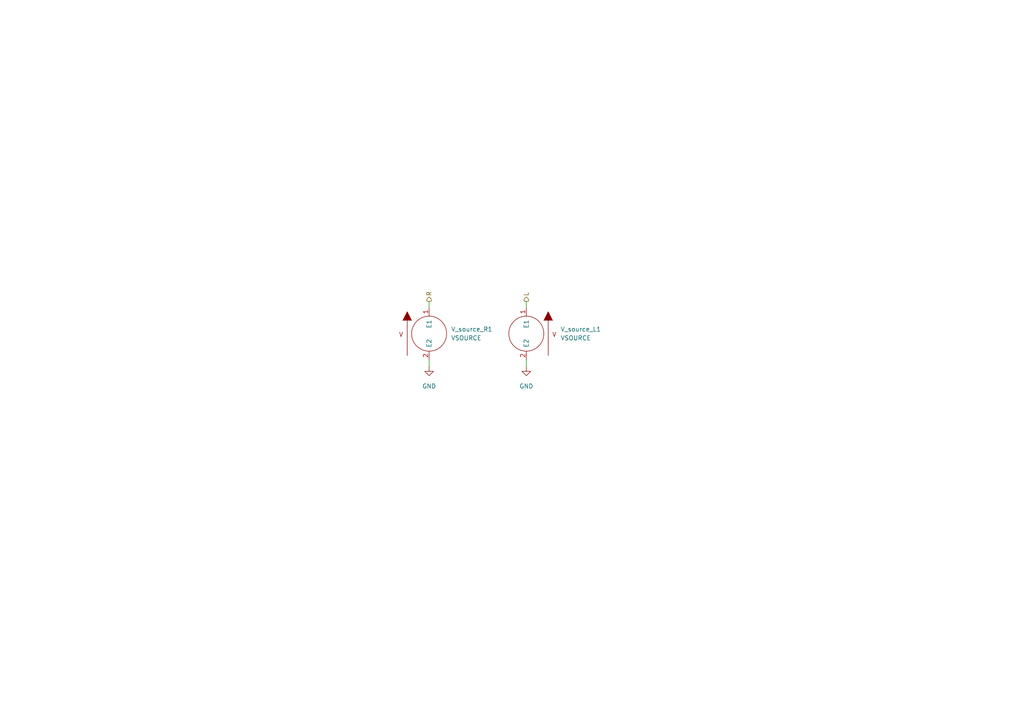
<source format=kicad_sch>
(kicad_sch (version 20211123) (generator eeschema)
  (paper "A4")
  (lib_symbols
    (symbol "power:GND" (power) (pin_names (offset 0))
      (property "Value" "GND" (at 0 -3.81 0))
      (symbol "GND_0_1"
        (polyline (pts (xy 0 0) (xy 0 -1.27) (xy 1.27 -1.27) (xy 0 -2.54) (xy -1.27 -1.27) (xy 0 -1.27)))
      )
      (symbol "GND_1_1"
        (pin power_in line (at 0 0 270) (length 0) hide (name "GND") (number "1"))
      )
    )
    (symbol "pspice:VSOURCE" (pin_names (offset 1.016))
      (property "Reference" "V" (at -6.35 7.62 0))
      (property "Value" "VSOURCE" (at 0 0 0))
      (symbol "VSOURCE_0_1"
        (polyline (pts (xy -6.35 -6.35) (xy -6.35 3.81)) (fill (type outline)))
        (polyline (pts (xy -7.62 3.81) (xy -6.35 6.35) (xy -5.08 3.81)) (fill (type outline)))
        (circle (center 0 0) (radius 5.08))
        (text "V" (at -8.128 -0.254 0) (effects (font (size 1.27 1.27))))
      )
      (symbol "VSOURCE_1_1"
        (pin input line (at 0 7.62 270) (length 2.54) (name "E1") (number "1"))
        (pin input line (at 0 -7.62 90) (length 2.54) (name "E2") (number "2"))
      )
    )
  )
  (wire (pts (xy 124.46 89.154) (xy 124.46 87.376)))
  (wire (pts (xy 124.46 106.426) (xy 124.46 104.394)))
  (wire (pts (xy 152.654 89.154) (xy 152.654 87.376)))
  (wire (pts (xy 152.654 106.426) (xy 152.654 104.394)))
  (hierarchical_label "R" (shape output) (at 124.46 87.376 90))
  (hierarchical_label "L" (shape output) (at 152.654 87.376 90))
  (symbol (lib_id "power:GND") (at 152.654 106.426 0) (unit 1)
    (property "Reference" "#PWR0114" (effects hide))
    (property "Value" "GND" (at 152.654 112.014 0))
  )
  (symbol (lib_id "pspice:VSOURCE") (at 152.654 96.774 0) (mirror y) (unit 1)
    (property "Reference" "V_source_L1" (at 162.56 95.5039 0) (effects (justify right)))
    (property "Value" "VSOURCE" (at 162.56 98.0439 0) (effects (justify right)))
    (property "Spice_Primitive" "V" (effects hide))
    (property "Spice_Model" "sin(0 1 440)" (effects hide))
    (property "Spice_Netlist_Enabled" "Y" (effects hide))
  )
  (symbol (lib_id "pspice:VSOURCE") (at 124.46 96.774 0) (unit 1)
    (property "Reference" "V_source_R1" (at 130.81 95.5039 0) (effects (justify left)))
    (property "Value" "VSOURCE" (at 130.81 98.0439 0) (effects (justify left)))
    (property "Spice_Primitive" "V" (effects hide))
    (property "Spice_Model" "sin(0 1 440)" (effects hide))
    (property "Spice_Netlist_Enabled" "Y" (effects hide))
  )
  (symbol (lib_id "power:GND") (at 124.46 106.426 0) (unit 1)
    (property "Reference" "#PWR0115" (effects hide))
    (property "Value" "GND" (at 124.46 112.014 0))
  )
)
</source>
